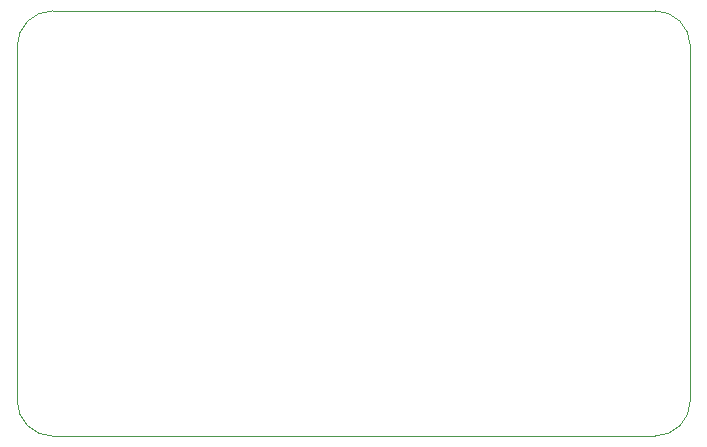
<source format=gm1>
G04 #@! TF.GenerationSoftware,KiCad,Pcbnew,5.1.10-88a1d61d58~90~ubuntu20.04.1*
G04 #@! TF.CreationDate,2021-10-25T08:53:00-05:00*
G04 #@! TF.ProjectId,power-share,706f7765-722d-4736-9861-72652e6b6963,rev?*
G04 #@! TF.SameCoordinates,Original*
G04 #@! TF.FileFunction,Profile,NP*
%FSLAX46Y46*%
G04 Gerber Fmt 4.6, Leading zero omitted, Abs format (unit mm)*
G04 Created by KiCad (PCBNEW 5.1.10-88a1d61d58~90~ubuntu20.04.1) date 2021-10-25 08:53:00*
%MOMM*%
%LPD*%
G01*
G04 APERTURE LIST*
G04 #@! TA.AperFunction,Profile*
%ADD10C,0.050000*%
G04 #@! TD*
G04 APERTURE END LIST*
D10*
X136000000Y-99000000D02*
G75*
G02*
X139000000Y-102000000I0J-3000000D01*
G01*
X139000000Y-132000000D02*
G75*
G02*
X136000000Y-135000000I-3000000J0D01*
G01*
X85000000Y-135000000D02*
G75*
G02*
X82000000Y-132000000I0J3000000D01*
G01*
X82000000Y-102000000D02*
G75*
G02*
X85000000Y-99000000I3000000J0D01*
G01*
X82000000Y-102000000D02*
X82000000Y-132000000D01*
X136000000Y-99000000D02*
X85000000Y-99000000D01*
X139000000Y-132000000D02*
X139000000Y-102000000D01*
X85000000Y-135000000D02*
X136000000Y-135000000D01*
M02*

</source>
